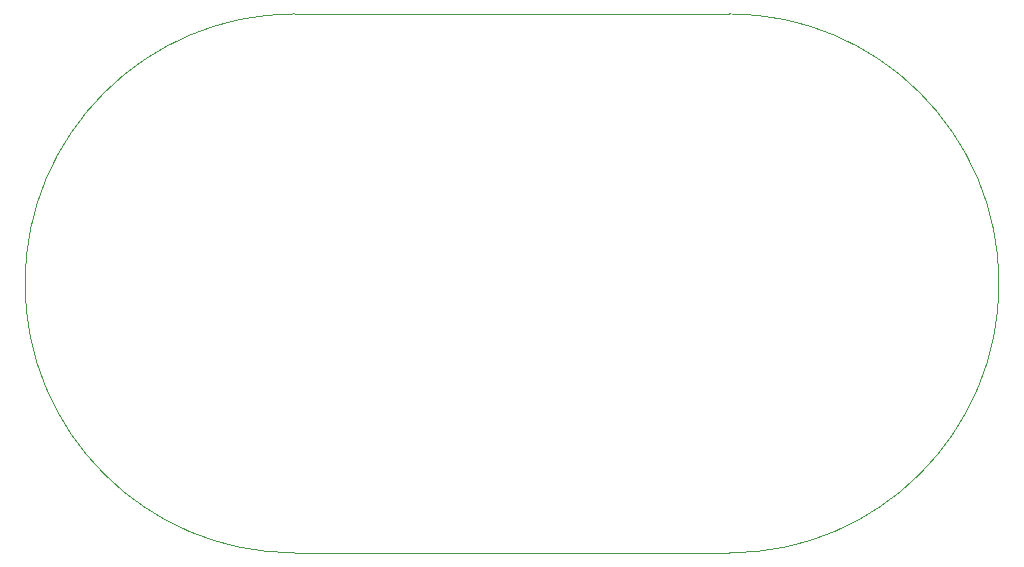
<source format=gbr>
%TF.GenerationSoftware,KiCad,Pcbnew,(6.0.7)*%
%TF.CreationDate,2022-08-17T10:28:51+09:00*%
%TF.ProjectId,demo_p02,64656d6f-5f70-4303-922e-6b696361645f,rev?*%
%TF.SameCoordinates,Original*%
%TF.FileFunction,Profile,NP*%
%FSLAX46Y46*%
G04 Gerber Fmt 4.6, Leading zero omitted, Abs format (unit mm)*
G04 Created by KiCad (PCBNEW (6.0.7)) date 2022-08-17 10:28:51*
%MOMM*%
%LPD*%
G01*
G04 APERTURE LIST*
%TA.AperFunction,Profile*%
%ADD10C,0.100000*%
%TD*%
G04 APERTURE END LIST*
D10*
X104140000Y-58420000D02*
G75*
G03*
X104140000Y-104140000I0J-22860000D01*
G01*
X140970000Y-104140000D02*
X104140000Y-104140000D01*
X140970000Y-58420000D02*
X104140000Y-58420000D01*
X140970000Y-104140000D02*
G75*
G03*
X140970000Y-58420000I0J22860000D01*
G01*
M02*

</source>
